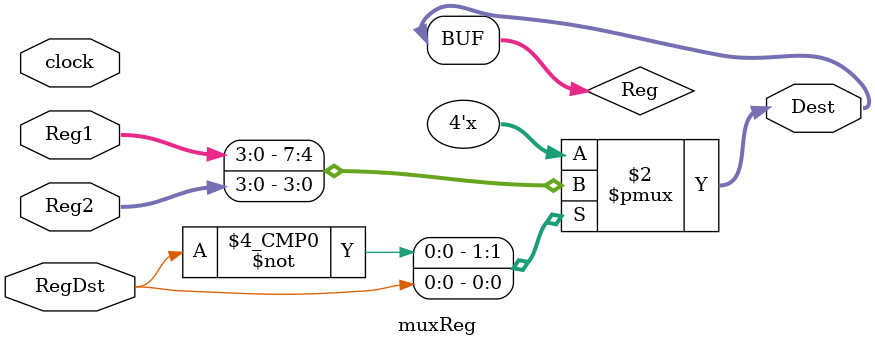
<source format=v>
module muxReg (clock, Reg1, Reg2, RegDst, Dest);
	input  clock;
	input  [3:0]Reg1;
	input  [3:0]Reg2;
	input  RegDst;

	output [3:0]Dest;
	
	reg [3:0]Reg;
	/*
	always@(RegDst or Reg1 or Reg2)begin
		if(RegDst == 1'b0) Reg = Reg1;
		else Reg = Reg2;
	end*/
	
	always@(clock or Reg1 or Reg2 or RegDst)begin
	  case(RegDst)
	     1'b0: Reg = Reg1;
	     1'b1: Reg = Reg2;
	  endcase
	  
	end
	
	assign Dest = Reg;
endmodule 

	

</source>
